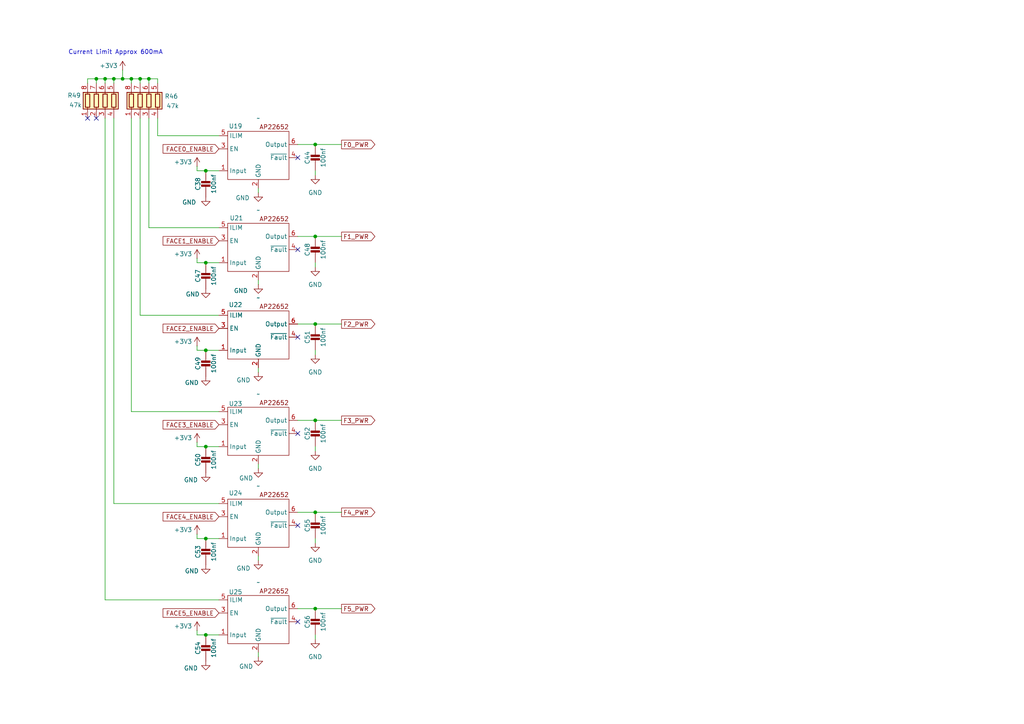
<source format=kicad_sch>
(kicad_sch (version 20231120) (generator "eeschema") (generator_version "8.0")
  (paper "A4")
  (lib_symbols
    (symbol "Adafruit ItsyBitsy RP2040-eagle-import:CAP_CERAMIC_0402NO"
      (property "Reference" "C" (at -2.29 1.25 90))
      (property "Value" "CAP_CERAMIC_0402NO" (at 2.3 1.25 90))
      (symbol "CAP_CERAMIC_0402NO_1_0"
        (rectangle (start -1.27 0.508) (end 1.27 1.016) (fill (type outline)))
        (rectangle (start -1.27 1.524) (end 1.27 2.032) (fill (type outline)))
        (polyline (pts (xy 0 0.762) (xy 0 0)) (stroke (width 0.1524)))
        (polyline (pts (xy 0 2.54) (xy 0 1.778)) (stroke (width 0.1524)))
        (pin passive line (at 0 5.08 270) (length 2.54) (name "1") (number "1"))
        (pin passive line (at 0 -2.54 90) (length 2.54) (name "2") (number "2"))
      )
    )
    (symbol "Device:R_Pack04" (pin_names (offset 0) hide)
      (property "Reference" "RN" (at -7.62 0 90))
      (property "Value" "R_Pack04" (at 5.08 0 90))
      (symbol "R_Pack04_0_1"
        (rectangle (start -6.35 -2.413) (end 3.81 2.413) (stroke (width 0.254)) (fill (type background)))
        (rectangle (start -5.715 1.905) (end -4.445 -1.905) (stroke (width 0.254)))
        (rectangle (start -3.175 1.905) (end -1.905 -1.905) (stroke (width 0.254)))
        (rectangle (start -0.635 1.905) (end 0.635 -1.905) (stroke (width 0.254)))
        (polyline (pts (xy -5.08 -2.54) (xy -5.08 -1.905)))
        (polyline (pts (xy -5.08 1.905) (xy -5.08 2.54)))
        (polyline (pts (xy -2.54 -2.54) (xy -2.54 -1.905)))
        (polyline (pts (xy -2.54 1.905) (xy -2.54 2.54)))
        (polyline (pts (xy 0 -2.54) (xy 0 -1.905)))
        (polyline (pts (xy 0 1.905) (xy 0 2.54)))
        (polyline (pts (xy 2.54 -2.54) (xy 2.54 -1.905)))
        (polyline (pts (xy 2.54 1.905) (xy 2.54 2.54)))
        (rectangle (start 1.905 1.905) (end 3.175 -1.905) (stroke (width 0.254)))
      )
      (symbol "R_Pack04_1_1"
        (pin passive line (at -5.08 -5.08 90) (length 2.54) (name "R1.1") (number "1"))
        (pin passive line (at -2.54 -5.08 90) (length 2.54) (name "R2.1") (number "2"))
        (pin passive line (at 0 -5.08 90) (length 2.54) (name "R3.1") (number "3"))
        (pin passive line (at 2.54 -5.08 90) (length 2.54) (name "R4.1") (number "4"))
        (pin passive line (at 2.54 5.08 270) (length 2.54) (name "R4.2") (number "5"))
        (pin passive line (at 0 5.08 270) (length 2.54) (name "R3.2") (number "6"))
        (pin passive line (at -2.54 5.08 270) (length 2.54) (name "R2.2") (number "7"))
        (pin passive line (at -5.08 5.08 270) (length 2.54) (name "R1.2") (number "8"))
      )
    )
    (symbol "GND_1" (power) (pin_numbers hide) (pin_names (offset 0) hide)
      (property "Value" "GND" (at 0 -3.81 0))
      (symbol "GND_1_0_1"
        (polyline (pts (xy 0 0) (xy 0 -1.27) (xy 1.27 -1.27) (xy 0 -2.54) (xy -1.27 -1.27) (xy 0 -1.27)))
      )
      (symbol "GND_1_1_1"
        (pin power_in line (at 0 0 270) (length 0) (name "~") (number "1"))
      )
    )
    (symbol "Power_Management:AP22652"
      (property "Reference" "U" (at -7.874 9.906 0))
      (symbol "AP22652_0_1"
        (rectangle (start -8.89 8.89) (end 8.89 -5.08))
      )
      (symbol "AP22652_1_1"
        (text "AP22652" (at 4.572 10.16 0) (effects (font (size 1.27 1.27))))
        (pin input line (at -11.43 -2.54 0) (length 2.54) (name "Input") (number "1"))
        (pin input line (at 0 -7.62 90) (length 2.54) (name "GND") (number "2"))
        (pin input line (at -11.43 3.81 0) (length 2.54) (name "EN") (number "3"))
        (pin output line (at 11.43 1.27 180) (length 2.54) (name "~{Fault}") (number "4"))
        (pin input line (at -11.43 7.62 0) (length 2.54) (name "ILIM") (number "5"))
        (pin output line (at 11.43 5.08 180) (length 2.54) (name "Output") (number "6"))
      )
    )
    (symbol "power:+3V3" (power) (pin_numbers hide) (pin_names (offset 0) hide)
      (property "Value" "+3V3" (at 0 3.556 0))
      (symbol "+3V3_0_1"
        (polyline (pts (xy -0.762 1.27) (xy 0 2.54)))
        (polyline (pts (xy 0 0) (xy 0 2.54)))
        (polyline (pts (xy 0 2.54) (xy 0.762 1.27)))
      )
      (symbol "+3V3_1_1"
        (pin power_in line (at 0 0 90) (length 0) (name "~") (number "1"))
      )
    )
  )
  (junction (at 27.94 22.86))
  (junction (at 91.44 93.98))
  (junction (at 43.18 22.86))
  (junction (at 35.56 22.86))
  (junction (at 59.69 129.54))
  (junction (at 59.69 156.21))
  (junction (at 59.69 184.15))
  (junction (at 33.02 22.86))
  (junction (at 40.64 22.86))
  (junction (at 91.44 121.92))
  (junction (at 38.1 22.86))
  (junction (at 59.69 76.2))
  (junction (at 59.69 101.6))
  (junction (at 30.48 22.86))
  (junction (at 91.44 176.53))
  (junction (at 91.44 68.58))
  (junction (at 91.44 41.91))
  (junction (at 59.69 49.53))
  (junction (at 91.44 148.59))
  (no_connect (at 86.36 125.73))
  (no_connect (at 86.36 97.79))
  (no_connect (at 86.36 180.34))
  (no_connect (at 86.36 72.39))
  (no_connect (at 25.4 34.29))
  (no_connect (at 86.36 152.4))
  (no_connect (at 27.94 34.29))
  (no_connect (at 86.36 45.72))
  (wire (pts (xy 43.18 66.04) (xy 63.5 66.04)))
  (wire (pts (xy 25.4 24.13) (xy 25.4 22.86)))
  (wire (pts (xy 27.94 22.86) (xy 30.48 22.86)))
  (wire (pts (xy 40.64 22.86) (xy 43.18 22.86)))
  (wire (pts (xy 91.44 129.54) (xy 91.44 130.81)))
  (wire (pts (xy 91.44 184.15) (xy 91.44 185.42)))
  (wire (pts (xy 86.36 176.53) (xy 91.44 176.53)))
  (wire (pts (xy 43.18 22.86) (xy 43.18 24.13)))
  (wire (pts (xy 59.69 101.6) (xy 63.5 101.6)))
  (wire (pts (xy 57.15 128.27) (xy 57.15 129.54)))
  (wire (pts (xy 86.36 93.98) (xy 91.44 93.98)))
  (wire (pts (xy 45.72 39.37) (xy 45.72 34.29)))
  (wire (pts (xy 57.15 129.54) (xy 59.69 129.54)))
  (wire (pts (xy 59.69 184.15) (xy 63.5 184.15)))
  (wire (pts (xy 35.56 22.86) (xy 38.1 22.86)))
  (wire (pts (xy 45.72 24.13) (xy 45.72 22.86)))
  (wire (pts (xy 86.36 41.91) (xy 91.44 41.91)))
  (wire (pts (xy 33.02 146.05) (xy 33.02 34.29)))
  (wire (pts (xy 91.44 68.58) (xy 99.06 68.58)))
  (wire (pts (xy 27.94 22.86) (xy 27.94 24.13)))
  (wire (pts (xy 59.69 49.53) (xy 63.5 49.53)))
  (wire (pts (xy 38.1 119.38) (xy 63.5 119.38)))
  (wire (pts (xy 91.44 148.59) (xy 99.06 148.59)))
  (wire (pts (xy 63.5 146.05) (xy 33.02 146.05)))
  (wire (pts (xy 38.1 22.86) (xy 38.1 24.13)))
  (wire (pts (xy 40.64 91.44) (xy 63.5 91.44)))
  (wire (pts (xy 74.93 134.62) (xy 74.93 135.89)))
  (wire (pts (xy 57.15 100.33) (xy 57.15 101.6)))
  (wire (pts (xy 40.64 34.29) (xy 40.64 91.44)))
  (wire (pts (xy 91.44 41.91) (xy 99.06 41.91)))
  (wire (pts (xy 91.44 176.53) (xy 99.06 176.53)))
  (wire (pts (xy 25.4 22.86) (xy 27.94 22.86)))
  (wire (pts (xy 30.48 173.99) (xy 30.48 34.29)))
  (wire (pts (xy 40.64 22.86) (xy 40.64 24.13)))
  (wire (pts (xy 57.15 76.2) (xy 59.69 76.2)))
  (wire (pts (xy 33.02 22.86) (xy 35.56 22.86)))
  (wire (pts (xy 59.69 129.54) (xy 63.5 129.54)))
  (wire (pts (xy 43.18 22.86) (xy 45.72 22.86)))
  (wire (pts (xy 91.44 49.53) (xy 91.44 50.8)))
  (wire (pts (xy 74.93 81.28) (xy 74.93 82.55)))
  (wire (pts (xy 57.15 154.94) (xy 57.15 156.21)))
  (wire (pts (xy 57.15 184.15) (xy 59.69 184.15)))
  (wire (pts (xy 57.15 74.93) (xy 57.15 76.2)))
  (wire (pts (xy 57.15 48.26) (xy 57.15 49.53)))
  (wire (pts (xy 74.93 54.61) (xy 74.93 55.88)))
  (wire (pts (xy 91.44 101.6) (xy 91.44 102.87)))
  (wire (pts (xy 91.44 93.98) (xy 99.06 93.98)))
  (wire (pts (xy 43.18 34.29) (xy 43.18 66.04)))
  (wire (pts (xy 38.1 22.86) (xy 40.64 22.86)))
  (wire (pts (xy 86.36 68.58) (xy 91.44 68.58)))
  (wire (pts (xy 33.02 22.86) (xy 33.02 24.13)))
  (wire (pts (xy 57.15 182.88) (xy 57.15 184.15)))
  (wire (pts (xy 63.5 173.99) (xy 30.48 173.99)))
  (wire (pts (xy 57.15 101.6) (xy 59.69 101.6)))
  (wire (pts (xy 91.44 121.92) (xy 99.06 121.92)))
  (wire (pts (xy 91.44 156.21) (xy 91.44 157.48)))
  (wire (pts (xy 57.15 49.53) (xy 59.69 49.53)))
  (wire (pts (xy 86.36 121.92) (xy 91.44 121.92)))
  (wire (pts (xy 91.44 76.2) (xy 91.44 77.47)))
  (wire (pts (xy 45.72 39.37) (xy 63.5 39.37)))
  (wire (pts (xy 35.56 22.86) (xy 35.56 20.32)))
  (wire (pts (xy 57.15 156.21) (xy 59.69 156.21)))
  (wire (pts (xy 74.93 189.23) (xy 74.93 190.5)))
  (wire (pts (xy 30.48 22.86) (xy 33.02 22.86)))
  (wire (pts (xy 74.93 106.68) (xy 74.93 107.95)))
  (wire (pts (xy 86.36 148.59) (xy 91.44 148.59)))
  (wire (pts (xy 59.69 76.2) (xy 63.5 76.2)))
  (wire (pts (xy 30.48 22.86) (xy 30.48 24.13)))
  (wire (pts (xy 59.69 156.21) (xy 63.5 156.21)))
  (wire (pts (xy 74.93 161.29) (xy 74.93 162.56)))
  (wire (pts (xy 38.1 34.29) (xy 38.1 119.38)))
  (text "Current Limit Approx 600mA" (at 33.528 15.24 0) (effects (font (size 1.27 1.27))))
  (global_label "FACE0_ENABLE" (shape input) (at 63.5 43.18 180) (property "Intersheetrefs" "${INTERSHEET_REFS}" (effects (hide yes))))
  (global_label "FACE5_ENABLE" (shape input) (at 63.5 177.8 180) (property "Intersheetrefs" "${INTERSHEET_REFS}" (effects (hide yes))))
  (global_label "FACE1_ENABLE" (shape input) (at 63.5 69.85 180) (property "Intersheetrefs" "${INTERSHEET_REFS}" (effects (hide yes))))
  (global_label "F4_PWR" (shape output) (at 99.06 148.59 0) (property "Intersheetrefs" "${INTERSHEET_REFS}" (effects (hide yes))))
  (global_label "FACE4_ENABLE" (shape input) (at 63.5 149.86 180) (property "Intersheetrefs" "${INTERSHEET_REFS}" (effects (hide yes))))
  (global_label "F5_PWR" (shape output) (at 99.06 176.53 0) (property "Intersheetrefs" "${INTERSHEET_REFS}" (effects (hide yes))))
  (global_label "F0_PWR" (shape output) (at 99.06 41.91 0) (property "Intersheetrefs" "${INTERSHEET_REFS}" (effects (hide yes))))
  (global_label "F3_PWR" (shape output) (at 99.06 121.92 0) (property "Intersheetrefs" "${INTERSHEET_REFS}" (effects (hide yes))))
  (global_label "F1_PWR" (shape output) (at 99.06 68.58 0) (property "Intersheetrefs" "${INTERSHEET_REFS}" (effects (hide yes))))
  (global_label "FACE3_ENABLE" (shape input) (at 63.5 123.19 180) (property "Intersheetrefs" "${INTERSHEET_REFS}" (effects (hide yes))))
  (global_label "F2_PWR" (shape output) (at 99.06 93.98 0) (property "Intersheetrefs" "${INTERSHEET_REFS}" (effects (hide yes))))
  (global_label "FACE2_ENABLE" (shape input) (at 63.5 95.25 180) (property "Intersheetrefs" "${INTERSHEET_REFS}" (effects (hide yes))))
  (symbol (lib_name "GND_1") (lib_id "power:GND") (at 59.69 109.22 0) (unit 1)
    (property "Reference" "#PWR0127" (effects (hide yes)))
    (property "Value" "GND" (at 55.626 110.998 0))
    (property "Description" "Power symbol creates a global label with name \"GND\" , ground" (effects (hide yes)))
  )
  (symbol (lib_id "Device:R_Pack04") (at 43.18 29.21 0) (unit 1)
    (property "Reference" "R46" (at 47.752 27.94 0) (effects (justify left)))
    (property "Value" "47k" (at 48.26 30.734 0) (effects (justify left)))
    (property "Footprint" "Resistor_SMD:R_Array_Convex_4x0402" (effects (hide yes)))
    (property "Description" "C2028" (effects (hide yes)))
  )
  (symbol (lib_id "Adafruit ItsyBitsy RP2040-eagle-import:CAP_CERAMIC_0402NO") (at 91.44 127 0) (unit 1)
    (property "Reference" "C52" (at 89.15 125.75 90))
    (property "Value" "100nf" (at 93.74 125.75 90))
    (property "Footprint" "Capacitor_SMD:C_0402_1005Metric" (effects (hide yes)))
  )
  (symbol (lib_id "Power_Management:AP22652") (at 74.93 181.61 0) (unit 1)
    (property "Reference" "U25" (at 68.326 171.704 0))
    (property "Value" "~" (at 74.93 168.91 0))
    (property "Footprint" "SOT26:SOT26" (effects (hide yes)))
  )
  (symbol (lib_name "GND_1") (lib_id "power:GND") (at 74.93 82.55 0) (unit 1)
    (property "Reference" "#PWR0123" (effects (hide yes)))
    (property "Value" "GND" (at 69.85 84.328 0))
    (property "Description" "Power symbol creates a global label with name \"GND\" , ground" (effects (hide yes)))
  )
  (symbol (lib_id "Power_Management:AP22652") (at 74.93 99.06 0) (unit 1)
    (property "Reference" "U22" (at 68.326 88.392 0))
    (property "Value" "~" (at 74.93 86.36 0))
    (property "Footprint" "SOT26:SOT26" (effects (hide yes)))
  )
  (symbol (lib_name "GND_1") (lib_id "power:GND") (at 59.69 163.83 0) (unit 1)
    (property "Reference" "#PWR0136" (effects (hide yes)))
    (property "Value" "GND" (at 55.626 165.608 0))
    (property "Description" "Power symbol creates a global label with name \"GND\" , ground" (effects (hide yes)))
  )
  (symbol (lib_name "GND_1") (lib_id "power:GND") (at 91.44 157.48 0) (unit 1)
    (property "Reference" "#PWR0140" (effects (hide yes)))
    (property "Value" "GND" (at 91.44 162.56 0))
    (property "Description" "Power symbol creates a global label with name \"GND\" , ground" (effects (hide yes)))
  )
  (symbol (lib_name "GND_1") (lib_id "power:GND") (at 74.93 55.88 0) (unit 1)
    (property "Reference" "#PWR0117" (effects (hide yes)))
    (property "Value" "GND" (at 70.358 57.404 0))
    (property "Description" "Power symbol creates a global label with name \"GND\" , ground" (effects (hide yes)))
  )
  (symbol (lib_name "GND_1") (lib_id "power:GND") (at 59.69 57.15 0) (unit 1)
    (property "Reference" "#PWR0119" (effects (hide yes)))
    (property "Value" "GND" (at 54.864 58.674 0))
    (property "Description" "Power symbol creates a global label with name \"GND\" , ground" (effects (hide yes)))
  )
  (symbol (lib_name "GND_1") (lib_id "power:GND") (at 59.69 137.16 0) (unit 1)
    (property "Reference" "#PWR0128" (effects (hide yes)))
    (property "Value" "GND" (at 55.372 139.192 0))
    (property "Description" "Power symbol creates a global label with name \"GND\" , ground" (effects (hide yes)))
  )
  (symbol (lib_id "power:+3V3") (at 57.15 74.93 0) (unit 1)
    (property "Reference" "#PWR0121" (effects (hide yes)))
    (property "Value" "+3V3" (at 53.086 73.66 0))
    (property "Description" "Power symbol creates a global label with name \"+3V3\"" (effects (hide yes)))
  )
  (symbol (lib_id "power:+3V3") (at 57.15 182.88 0) (unit 1)
    (property "Reference" "#PWR0135" (effects (hide yes)))
    (property "Value" "+3V3" (at 53.086 181.61 0))
    (property "Description" "Power symbol creates a global label with name \"+3V3\"" (effects (hide yes)))
  )
  (symbol (lib_id "Power_Management:AP22652") (at 74.93 127 0) (unit 1)
    (property "Reference" "U23" (at 68.326 117.094 0))
    (property "Value" "~" (at 74.93 114.3 0))
    (property "Footprint" "SOT26:SOT26" (effects (hide yes)))
  )
  (symbol (lib_id "Adafruit ItsyBitsy RP2040-eagle-import:CAP_CERAMIC_0402NO") (at 59.69 81.28 0) (unit 1)
    (property "Reference" "C47" (at 57.4 80.03 90))
    (property "Value" "100nf" (at 61.99 80.03 90))
    (property "Footprint" "Capacitor_SMD:C_0402_1005Metric" (effects (hide yes)))
  )
  (symbol (lib_id "Adafruit ItsyBitsy RP2040-eagle-import:CAP_CERAMIC_0402NO") (at 91.44 181.61 0) (unit 1)
    (property "Reference" "C56" (at 89.15 180.36 90))
    (property "Value" "100nf" (at 93.74 180.36 90))
    (property "Footprint" "Capacitor_SMD:C_0402_1005Metric" (effects (hide yes)))
  )
  (symbol (lib_name "GND_1") (lib_id "power:GND") (at 91.44 50.8 0) (unit 1)
    (property "Reference" "#PWR0118" (effects (hide yes)))
    (property "Value" "GND" (at 91.44 55.88 0))
    (property "Description" "Power symbol creates a global label with name \"GND\" , ground" (effects (hide yes)))
  )
  (symbol (lib_id "Adafruit ItsyBitsy RP2040-eagle-import:CAP_CERAMIC_0402NO") (at 59.69 54.61 0) (unit 1)
    (property "Reference" "C38" (at 57.4 53.36 90))
    (property "Value" "100nf" (at 61.99 53.36 90))
    (property "Footprint" "Capacitor_SMD:C_0402_1005Metric" (effects (hide yes)))
  )
  (symbol (lib_id "power:+3V3") (at 57.15 48.26 0) (unit 1)
    (property "Reference" "#PWR0120" (effects (hide yes)))
    (property "Value" "+3V3" (at 53.086 46.99 0))
    (property "Description" "Power symbol creates a global label with name \"+3V3\"" (effects (hide yes)))
  )
  (symbol (lib_id "Adafruit ItsyBitsy RP2040-eagle-import:CAP_CERAMIC_0402NO") (at 59.69 189.23 0) (unit 1)
    (property "Reference" "C54" (at 57.4 187.98 90))
    (property "Value" "100nf" (at 61.99 187.98 90))
    (property "Footprint" "Capacitor_SMD:C_0402_1005Metric" (effects (hide yes)))
  )
  (symbol (lib_id "Adafruit ItsyBitsy RP2040-eagle-import:CAP_CERAMIC_0402NO") (at 91.44 153.67 0) (unit 1)
    (property "Reference" "C55" (at 89.15 152.42 90))
    (property "Value" "100nf" (at 93.74 152.42 90))
    (property "Footprint" "Capacitor_SMD:C_0402_1005Metric" (effects (hide yes)))
  )
  (symbol (lib_id "Power_Management:AP22652") (at 74.93 153.67 0) (unit 1)
    (property "Reference" "U24" (at 68.326 143.002 0))
    (property "Value" "~" (at 74.93 140.97 0))
    (property "Footprint" "SOT26:SOT26" (effects (hide yes)))
  )
  (symbol (lib_id "Power_Management:AP22652") (at 74.93 73.66 0) (unit 1)
    (property "Reference" "U21" (at 68.58 63.246 0))
    (property "Value" "~" (at 74.93 60.96 0))
    (property "Footprint" "SOT26:SOT26" (effects (hide yes)))
  )
  (symbol (lib_id "Adafruit ItsyBitsy RP2040-eagle-import:CAP_CERAMIC_0402NO") (at 59.69 106.68 0) (unit 1)
    (property "Reference" "C49" (at 57.4 105.43 90))
    (property "Value" "100nf" (at 61.99 105.43 90))
    (property "Footprint" "Capacitor_SMD:C_0402_1005Metric" (effects (hide yes)))
  )
  (symbol (lib_name "GND_1") (lib_id "power:GND") (at 59.69 191.77 0) (unit 1)
    (property "Reference" "#PWR0137" (effects (hide yes)))
    (property "Value" "GND" (at 55.372 193.802 0))
    (property "Description" "Power symbol creates a global label with name \"GND\" , ground" (effects (hide yes)))
  )
  (symbol (lib_id "Adafruit ItsyBitsy RP2040-eagle-import:CAP_CERAMIC_0402NO") (at 59.69 134.62 0) (unit 1)
    (property "Reference" "C50" (at 57.4 133.37 90))
    (property "Value" "100nf" (at 61.99 133.37 90))
    (property "Footprint" "Capacitor_SMD:C_0402_1005Metric" (effects (hide yes)))
  )
  (symbol (lib_id "Adafruit ItsyBitsy RP2040-eagle-import:CAP_CERAMIC_0402NO") (at 91.44 46.99 0) (unit 1)
    (property "Reference" "C44" (at 89.15 45.74 90))
    (property "Value" "100nf" (at 93.74 45.74 90))
    (property "Footprint" "Capacitor_SMD:C_0402_1005Metric" (effects (hide yes)))
  )
  (symbol (lib_id "Power_Management:AP22652") (at 74.93 46.99 0) (unit 1)
    (property "Reference" "U19" (at 68.326 36.576 0))
    (property "Value" "~" (at 74.93 34.29 0))
    (property "Footprint" "SOT26:SOT26" (effects (hide yes)))
  )
  (symbol (lib_id "power:+3V3") (at 35.56 20.32 0) (unit 1)
    (property "Reference" "#PWR0133" (effects (hide yes)))
    (property "Value" "+3V3" (at 31.496 19.05 0))
    (property "Description" "Power symbol creates a global label with name \"+3V3\"" (effects (hide yes)))
  )
  (symbol (lib_name "GND_1") (lib_id "power:GND") (at 74.93 107.95 0) (unit 1)
    (property "Reference" "#PWR0129" (effects (hide yes)))
    (property "Value" "GND" (at 70.612 110.236 0))
    (property "Description" "Power symbol creates a global label with name \"GND\" , ground" (effects (hide yes)))
  )
  (symbol (lib_id "Adafruit ItsyBitsy RP2040-eagle-import:CAP_CERAMIC_0402NO") (at 91.44 73.66 0) (unit 1)
    (property "Reference" "C48" (at 89.15 72.41 90))
    (property "Value" "100nf" (at 93.74 72.41 90))
    (property "Footprint" "Capacitor_SMD:C_0402_1005Metric" (effects (hide yes)))
  )
  (symbol (lib_name "GND_1") (lib_id "power:GND") (at 74.93 162.56 0) (unit 1)
    (property "Reference" "#PWR0138" (effects (hide yes)))
    (property "Value" "GND" (at 70.612 164.846 0))
    (property "Description" "Power symbol creates a global label with name \"GND\" , ground" (effects (hide yes)))
  )
  (symbol (lib_id "Adafruit ItsyBitsy RP2040-eagle-import:CAP_CERAMIC_0402NO") (at 59.69 161.29 0) (unit 1)
    (property "Reference" "C53" (at 57.4 160.04 90))
    (property "Value" "100nf" (at 61.99 160.04 90))
    (property "Footprint" "Capacitor_SMD:C_0402_1005Metric" (effects (hide yes)))
  )
  (symbol (lib_id "power:+3V3") (at 57.15 154.94 0) (unit 1)
    (property "Reference" "#PWR0134" (effects (hide yes)))
    (property "Value" "+3V3" (at 53.086 153.67 0))
    (property "Description" "Power symbol creates a global label with name \"+3V3\"" (effects (hide yes)))
  )
  (symbol (lib_name "GND_1") (lib_id "power:GND") (at 74.93 190.5 0) (unit 1)
    (property "Reference" "#PWR0139" (effects (hide yes)))
    (property "Value" "GND" (at 71.374 193.294 0))
    (property "Description" "Power symbol creates a global label with name \"GND\" , ground" (effects (hide yes)))
  )
  (symbol (lib_id "Adafruit ItsyBitsy RP2040-eagle-import:CAP_CERAMIC_0402NO") (at 91.44 99.06 0) (unit 1)
    (property "Reference" "C51" (at 89.15 97.81 90))
    (property "Value" "100nf" (at 93.74 97.81 90))
    (property "Footprint" "Capacitor_SMD:C_0402_1005Metric" (effects (hide yes)))
  )
  (symbol (lib_name "GND_1") (lib_id "power:GND") (at 91.44 185.42 0) (unit 1)
    (property "Reference" "#PWR0141" (effects (hide yes)))
    (property "Value" "GND" (at 91.44 190.5 0))
    (property "Description" "Power symbol creates a global label with name \"GND\" , ground" (effects (hide yes)))
  )
  (symbol (lib_name "GND_1") (lib_id "power:GND") (at 91.44 102.87 0) (unit 1)
    (property "Reference" "#PWR0131" (effects (hide yes)))
    (property "Value" "GND" (at 91.44 107.95 0))
    (property "Description" "Power symbol creates a global label with name \"GND\" , ground" (effects (hide yes)))
  )
  (symbol (lib_id "power:+3V3") (at 57.15 128.27 0) (unit 1)
    (property "Reference" "#PWR0126" (effects (hide yes)))
    (property "Value" "+3V3" (at 53.086 127 0))
    (property "Description" "Power symbol creates a global label with name \"+3V3\"" (effects (hide yes)))
  )
  (symbol (lib_name "GND_1") (lib_id "power:GND") (at 59.69 83.82 0) (unit 1)
    (property "Reference" "#PWR0122" (effects (hide yes)))
    (property "Value" "GND" (at 55.88 85.344 0))
    (property "Description" "Power symbol creates a global label with name \"GND\" , ground" (effects (hide yes)))
  )
  (symbol (lib_id "Device:R_Pack04") (at 30.48 29.21 0) (unit 1)
    (property "Reference" "R49" (at 19.558 27.686 0) (effects (justify left)))
    (property "Value" "47k" (at 20.066 30.48 0) (effects (justify left)))
    (property "Footprint" "Resistor_SMD:R_Array_Convex_4x0402" (effects (hide yes)))
    (property "Description" "C2028" (effects (hide yes)))
  )
  (symbol (lib_name "GND_1") (lib_id "power:GND") (at 74.93 135.89 0) (unit 1)
    (property "Reference" "#PWR0130" (effects (hide yes)))
    (property "Value" "GND" (at 71.374 138.684 0))
    (property "Description" "Power symbol creates a global label with name \"GND\" , ground" (effects (hide yes)))
  )
  (symbol (lib_id "power:+3V3") (at 57.15 100.33 0) (unit 1)
    (property "Reference" "#PWR0125" (effects (hide yes)))
    (property "Value" "+3V3" (at 53.086 99.06 0))
    (property "Description" "Power symbol creates a global label with name \"+3V3\"" (effects (hide yes)))
  )
  (symbol (lib_name "GND_1") (lib_id "power:GND") (at 91.44 130.81 0) (unit 1)
    (property "Reference" "#PWR0132" (effects (hide yes)))
    (property "Value" "GND" (at 91.44 135.89 0))
    (property "Description" "Power symbol creates a global label with name \"GND\" , ground" (effects (hide yes)))
  )
  (symbol (lib_name "GND_1") (lib_id "power:GND") (at 91.44 77.47 0) (unit 1)
    (property "Reference" "#PWR0124" (effects (hide yes)))
    (property "Value" "GND" (at 91.44 82.55 0))
    (property "Description" "Power symbol creates a global label with name \"GND\" , ground" (effects (hide yes)))
  )
)
</source>
